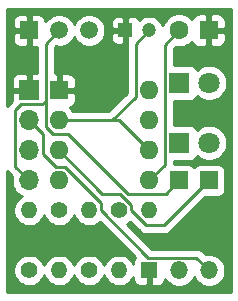
<source format=gbl>
%TF.GenerationSoftware,KiCad,Pcbnew,(5.1.12)-1*%
%TF.CreationDate,2022-05-06T17:17:32+09:00*%
%TF.ProjectId,wdtcore,77647463-6f72-4652-9e6b-696361645f70,rev?*%
%TF.SameCoordinates,Original*%
%TF.FileFunction,Copper,L2,Bot*%
%TF.FilePolarity,Positive*%
%FSLAX46Y46*%
G04 Gerber Fmt 4.6, Leading zero omitted, Abs format (unit mm)*
G04 Created by KiCad (PCBNEW (5.1.12)-1) date 2022-05-06 17:17:32*
%MOMM*%
%LPD*%
G01*
G04 APERTURE LIST*
%TA.AperFunction,ComponentPad*%
%ADD10R,1.600000X1.600000*%
%TD*%
%TA.AperFunction,ComponentPad*%
%ADD11C,1.600000*%
%TD*%
%TA.AperFunction,ComponentPad*%
%ADD12O,1.400000X1.400000*%
%TD*%
%TA.AperFunction,ComponentPad*%
%ADD13C,1.400000*%
%TD*%
%TA.AperFunction,ComponentPad*%
%ADD14O,1.500000X1.500000*%
%TD*%
%TA.AperFunction,ComponentPad*%
%ADD15R,1.500000X1.500000*%
%TD*%
%TA.AperFunction,ComponentPad*%
%ADD16O,1.600000X1.600000*%
%TD*%
%TA.AperFunction,ComponentPad*%
%ADD17R,1.400000X1.400000*%
%TD*%
%TA.AperFunction,ComponentPad*%
%ADD18C,1.500000*%
%TD*%
%TA.AperFunction,ComponentPad*%
%ADD19O,1.700000X1.700000*%
%TD*%
%TA.AperFunction,ComponentPad*%
%ADD20R,1.700000X1.700000*%
%TD*%
%TA.AperFunction,ComponentPad*%
%ADD21C,1.800000*%
%TD*%
%TA.AperFunction,ComponentPad*%
%ADD22R,1.800000X1.800000*%
%TD*%
%TA.AperFunction,ComponentPad*%
%ADD23R,1.200000X1.200000*%
%TD*%
%TA.AperFunction,ComponentPad*%
%ADD24C,1.200000*%
%TD*%
%TA.AperFunction,Conductor*%
%ADD25C,0.250000*%
%TD*%
%TA.AperFunction,Conductor*%
%ADD26C,0.254000*%
%TD*%
%TA.AperFunction,Conductor*%
%ADD27C,0.100000*%
%TD*%
G04 APERTURE END LIST*
D10*
%TO.P,0.1uF,2*%
%TO.N,GND*%
X144740000Y-91440000D03*
D11*
%TO.P,0.1uF,1*%
%TO.N,Net-(C2-Pad1)*%
X142240000Y-91440000D03*
%TD*%
D12*
%TO.P,4.7k,2*%
%TO.N,Net-(C1-Pad1)*%
X134620000Y-106680000D03*
D13*
%TO.P,4.7k,1*%
%TO.N,Net-(R4-Pad2)*%
X134620000Y-111760000D03*
%TD*%
D14*
%TO.P,1N4001,2*%
%TO.N,Net-(D4-Pad2)*%
X144780000Y-111760000D03*
D15*
%TO.P,1N4001,1*%
%TO.N,Net-(D2-Pad2)*%
X144780000Y-104140000D03*
%TD*%
D14*
%TO.P,1N4001,2*%
%TO.N,Net-(D3-Pad2)*%
X142240000Y-111760000D03*
D15*
%TO.P,1N4001,1*%
%TO.N,Net-(D3-Pad1)*%
X142240000Y-104140000D03*
%TD*%
D16*
%TO.P,NE555P,8*%
%TO.N,VCC*%
X139700000Y-96520000D03*
%TO.P,NE555P,4*%
X132080000Y-104140000D03*
%TO.P,NE555P,7*%
%TO.N,Net-(R4-Pad2)*%
X139700000Y-99060000D03*
%TO.P,NE555P,3*%
%TO.N,Net-(D2-Pad2)*%
X132080000Y-101600000D03*
%TO.P,NE555P,6*%
%TO.N,Net-(C1-Pad1)*%
X139700000Y-101600000D03*
%TO.P,NE555P,2*%
X132080000Y-99060000D03*
%TO.P,NE555P,5*%
%TO.N,Net-(C2-Pad1)*%
X139700000Y-104140000D03*
D10*
%TO.P,NE555P,1*%
%TO.N,GND*%
X132080000Y-96520000D03*
%TD*%
D12*
%TO.P,1M,2*%
%TO.N,Net-(R4-Pad2)*%
X132080000Y-111760000D03*
D13*
%TO.P,1M,1*%
%TO.N,VCC*%
X132080000Y-106680000D03*
%TD*%
D12*
%TO.P,330,2*%
%TO.N,VCC*%
X129540000Y-106680000D03*
D13*
%TO.P,330,1*%
%TO.N,Net-(D1-Pad2)*%
X129540000Y-111760000D03*
%TD*%
D12*
%TO.P,330,2*%
%TO.N,Net-(D3-Pad2)*%
X137160000Y-111760000D03*
D13*
%TO.P,330,1*%
%TO.N,Net-(C1-Pad1)*%
X137160000Y-106680000D03*
%TD*%
D12*
%TO.P,330,2*%
%TO.N,Net-(D2-Pad1)*%
X139700000Y-106680000D03*
D17*
%TO.P,330,1*%
%TO.N,GND*%
X139700000Y-111760000D03*
%TD*%
D18*
%TO.P,PNP 2907A,1*%
%TO.N,Net-(D1-Pad1)*%
X134620000Y-91440000D03*
D15*
%TO.P,PNP 2907A,3*%
%TO.N,GND*%
X129540000Y-91440000D03*
D18*
%TO.P,PNP 2907A,2*%
%TO.N,Net-(D3-Pad1)*%
X132080000Y-91440000D03*
%TD*%
D19*
%TO.P,GND,4*%
%TO.N,Net-(D3-Pad1)*%
X129540000Y-104140000D03*
%TO.P,GND,3*%
%TO.N,VCC*%
X129540000Y-101600000D03*
%TO.P,GND,2*%
%TO.N,Net-(D4-Pad2)*%
X129540000Y-99060000D03*
D20*
%TO.P,GND,1*%
%TO.N,GND*%
X129540000Y-96520000D03*
%TD*%
D21*
%TO.P,LED2,2*%
%TO.N,Net-(D2-Pad2)*%
X144780000Y-100965000D03*
D22*
%TO.P,LED2,1*%
%TO.N,Net-(D2-Pad1)*%
X142240000Y-100965000D03*
%TD*%
D21*
%TO.P,LED1,2*%
%TO.N,Net-(D1-Pad2)*%
X144780000Y-95885000D03*
D22*
%TO.P,LED1,1*%
%TO.N,Net-(D1-Pad1)*%
X142240000Y-95885000D03*
%TD*%
D23*
%TO.P,22uF,2*%
%TO.N,GND*%
X137700000Y-91440000D03*
D24*
%TO.P,22uF,1*%
%TO.N,Net-(C1-Pad1)*%
X139700000Y-91440000D03*
%TD*%
D25*
%TO.N,Net-(C1-Pad1)*%
X138574999Y-92565001D02*
X138574999Y-97060001D01*
X139700000Y-91440000D02*
X138574999Y-92565001D01*
X136575000Y-99060000D02*
X138574999Y-97060001D01*
X132080000Y-99060000D02*
X136575000Y-99060000D01*
X137160000Y-99060000D02*
X136575000Y-99060000D01*
X139700000Y-101600000D02*
X137160000Y-99060000D01*
%TO.N,Net-(C2-Pad1)*%
X141014999Y-92665001D02*
X142240000Y-91440000D01*
X141014999Y-102825001D02*
X141014999Y-92665001D01*
X139700000Y-104140000D02*
X141014999Y-102825001D01*
%TO.N,Net-(D2-Pad2)*%
X132080000Y-101600000D02*
X135745001Y-105265001D01*
X144780000Y-104140000D02*
X140970000Y-107950000D01*
X137262003Y-105265001D02*
X135745001Y-105265001D01*
X138185001Y-106187999D02*
X137262003Y-105265001D01*
X139452998Y-107950000D02*
X138185001Y-106682003D01*
X140970000Y-107950000D02*
X139452998Y-107950000D01*
X138185001Y-106682003D02*
X138185001Y-106187999D01*
%TO.N,Net-(D3-Pad1)*%
X130954999Y-97390003D02*
X130954999Y-92565001D01*
X130650001Y-97695001D02*
X130954999Y-97390003D01*
X128872999Y-97695001D02*
X130650001Y-97695001D01*
X128364999Y-98203001D02*
X128872999Y-97695001D01*
X128364999Y-102964999D02*
X128364999Y-98203001D01*
X130954999Y-92565001D02*
X132080000Y-91440000D01*
X129540000Y-104140000D02*
X128364999Y-102964999D01*
X131539999Y-100185001D02*
X130954999Y-99600001D01*
X130954999Y-99600001D02*
X130954999Y-97390003D01*
X132818413Y-100185001D02*
X131539999Y-100185001D01*
X137898413Y-105265001D02*
X132818413Y-100185001D01*
X141114999Y-105265001D02*
X137898413Y-105265001D01*
X142240000Y-104140000D02*
X141114999Y-105265001D01*
%TO.N,Net-(D4-Pad2)*%
X139647997Y-110684999D02*
X143704999Y-110684999D01*
X135645001Y-106039999D02*
X135645001Y-106682003D01*
X131829997Y-103014999D02*
X132620001Y-103014999D01*
X143704999Y-110684999D02*
X144780000Y-111760000D01*
X135645001Y-106682003D02*
X139647997Y-110684999D01*
X130715001Y-101900003D02*
X131829997Y-103014999D01*
X132620001Y-103014999D02*
X135645001Y-106039999D01*
X130715001Y-100235001D02*
X130715001Y-101900003D01*
X129540000Y-99060000D02*
X130715001Y-100235001D01*
%TD*%
D26*
%TO.N,GND*%
X146635001Y-113615000D02*
X127685000Y-113615000D01*
X127685000Y-103305040D01*
X127730025Y-103389275D01*
X127767103Y-103434454D01*
X127824998Y-103505000D01*
X127854002Y-103528803D01*
X128098791Y-103773592D01*
X128055000Y-103993740D01*
X128055000Y-104286260D01*
X128112068Y-104573158D01*
X128224010Y-104843411D01*
X128386525Y-105086632D01*
X128593368Y-105293475D01*
X128836589Y-105455990D01*
X128921545Y-105491180D01*
X128907641Y-105496939D01*
X128688987Y-105643038D01*
X128503038Y-105828987D01*
X128356939Y-106047641D01*
X128256304Y-106290595D01*
X128205000Y-106548514D01*
X128205000Y-106811486D01*
X128256304Y-107069405D01*
X128356939Y-107312359D01*
X128503038Y-107531013D01*
X128688987Y-107716962D01*
X128907641Y-107863061D01*
X129150595Y-107963696D01*
X129408514Y-108015000D01*
X129671486Y-108015000D01*
X129929405Y-107963696D01*
X130172359Y-107863061D01*
X130391013Y-107716962D01*
X130576962Y-107531013D01*
X130723061Y-107312359D01*
X130810000Y-107102470D01*
X130896939Y-107312359D01*
X131043038Y-107531013D01*
X131228987Y-107716962D01*
X131447641Y-107863061D01*
X131690595Y-107963696D01*
X131948514Y-108015000D01*
X132211486Y-108015000D01*
X132469405Y-107963696D01*
X132712359Y-107863061D01*
X132931013Y-107716962D01*
X133116962Y-107531013D01*
X133263061Y-107312359D01*
X133350000Y-107102470D01*
X133436939Y-107312359D01*
X133583038Y-107531013D01*
X133768987Y-107716962D01*
X133987641Y-107863061D01*
X134230595Y-107963696D01*
X134488514Y-108015000D01*
X134751486Y-108015000D01*
X135009405Y-107963696D01*
X135252359Y-107863061D01*
X135471013Y-107716962D01*
X135538086Y-107649889D01*
X138525464Y-110637268D01*
X138469463Y-110705506D01*
X138410498Y-110815820D01*
X138374188Y-110935518D01*
X138361928Y-111060000D01*
X138362783Y-111175253D01*
X138343061Y-111127641D01*
X138196962Y-110908987D01*
X138011013Y-110723038D01*
X137792359Y-110576939D01*
X137549405Y-110476304D01*
X137291486Y-110425000D01*
X137028514Y-110425000D01*
X136770595Y-110476304D01*
X136527641Y-110576939D01*
X136308987Y-110723038D01*
X136123038Y-110908987D01*
X135976939Y-111127641D01*
X135890000Y-111337530D01*
X135803061Y-111127641D01*
X135656962Y-110908987D01*
X135471013Y-110723038D01*
X135252359Y-110576939D01*
X135009405Y-110476304D01*
X134751486Y-110425000D01*
X134488514Y-110425000D01*
X134230595Y-110476304D01*
X133987641Y-110576939D01*
X133768987Y-110723038D01*
X133583038Y-110908987D01*
X133436939Y-111127641D01*
X133350000Y-111337530D01*
X133263061Y-111127641D01*
X133116962Y-110908987D01*
X132931013Y-110723038D01*
X132712359Y-110576939D01*
X132469405Y-110476304D01*
X132211486Y-110425000D01*
X131948514Y-110425000D01*
X131690595Y-110476304D01*
X131447641Y-110576939D01*
X131228987Y-110723038D01*
X131043038Y-110908987D01*
X130896939Y-111127641D01*
X130810000Y-111337530D01*
X130723061Y-111127641D01*
X130576962Y-110908987D01*
X130391013Y-110723038D01*
X130172359Y-110576939D01*
X129929405Y-110476304D01*
X129671486Y-110425000D01*
X129408514Y-110425000D01*
X129150595Y-110476304D01*
X128907641Y-110576939D01*
X128688987Y-110723038D01*
X128503038Y-110908987D01*
X128356939Y-111127641D01*
X128256304Y-111370595D01*
X128205000Y-111628514D01*
X128205000Y-111891486D01*
X128256304Y-112149405D01*
X128356939Y-112392359D01*
X128503038Y-112611013D01*
X128688987Y-112796962D01*
X128907641Y-112943061D01*
X129150595Y-113043696D01*
X129408514Y-113095000D01*
X129671486Y-113095000D01*
X129929405Y-113043696D01*
X130172359Y-112943061D01*
X130391013Y-112796962D01*
X130576962Y-112611013D01*
X130723061Y-112392359D01*
X130810000Y-112182470D01*
X130896939Y-112392359D01*
X131043038Y-112611013D01*
X131228987Y-112796962D01*
X131447641Y-112943061D01*
X131690595Y-113043696D01*
X131948514Y-113095000D01*
X132211486Y-113095000D01*
X132469405Y-113043696D01*
X132712359Y-112943061D01*
X132931013Y-112796962D01*
X133116962Y-112611013D01*
X133263061Y-112392359D01*
X133350000Y-112182470D01*
X133436939Y-112392359D01*
X133583038Y-112611013D01*
X133768987Y-112796962D01*
X133987641Y-112943061D01*
X134230595Y-113043696D01*
X134488514Y-113095000D01*
X134751486Y-113095000D01*
X135009405Y-113043696D01*
X135252359Y-112943061D01*
X135471013Y-112796962D01*
X135656962Y-112611013D01*
X135803061Y-112392359D01*
X135890000Y-112182470D01*
X135976939Y-112392359D01*
X136123038Y-112611013D01*
X136308987Y-112796962D01*
X136527641Y-112943061D01*
X136770595Y-113043696D01*
X137028514Y-113095000D01*
X137291486Y-113095000D01*
X137549405Y-113043696D01*
X137792359Y-112943061D01*
X138011013Y-112796962D01*
X138196962Y-112611013D01*
X138343061Y-112392359D01*
X138362783Y-112344747D01*
X138361928Y-112460000D01*
X138374188Y-112584482D01*
X138410498Y-112704180D01*
X138469463Y-112814494D01*
X138548815Y-112911185D01*
X138645506Y-112990537D01*
X138755820Y-113049502D01*
X138875518Y-113085812D01*
X139000000Y-113098072D01*
X139414250Y-113095000D01*
X139573000Y-112936250D01*
X139573000Y-111887000D01*
X139553000Y-111887000D01*
X139553000Y-111633000D01*
X139573000Y-111633000D01*
X139573000Y-111613000D01*
X139827000Y-111613000D01*
X139827000Y-111633000D01*
X139847000Y-111633000D01*
X139847000Y-111887000D01*
X139827000Y-111887000D01*
X139827000Y-112936250D01*
X139985750Y-113095000D01*
X140400000Y-113098072D01*
X140524482Y-113085812D01*
X140644180Y-113049502D01*
X140754494Y-112990537D01*
X140851185Y-112911185D01*
X140930537Y-112814494D01*
X140989502Y-112704180D01*
X141025812Y-112584482D01*
X141038072Y-112460000D01*
X141038028Y-112454055D01*
X141164201Y-112642886D01*
X141357114Y-112835799D01*
X141583957Y-112987371D01*
X141836011Y-113091775D01*
X142103589Y-113145000D01*
X142376411Y-113145000D01*
X142643989Y-113091775D01*
X142896043Y-112987371D01*
X143122886Y-112835799D01*
X143315799Y-112642886D01*
X143467371Y-112416043D01*
X143510000Y-112313127D01*
X143552629Y-112416043D01*
X143704201Y-112642886D01*
X143897114Y-112835799D01*
X144123957Y-112987371D01*
X144376011Y-113091775D01*
X144643589Y-113145000D01*
X144916411Y-113145000D01*
X145183989Y-113091775D01*
X145436043Y-112987371D01*
X145662886Y-112835799D01*
X145855799Y-112642886D01*
X146007371Y-112416043D01*
X146111775Y-112163989D01*
X146165000Y-111896411D01*
X146165000Y-111623589D01*
X146111775Y-111356011D01*
X146007371Y-111103957D01*
X145855799Y-110877114D01*
X145662886Y-110684201D01*
X145436043Y-110532629D01*
X145183989Y-110428225D01*
X144916411Y-110375000D01*
X144643589Y-110375000D01*
X144498635Y-110403833D01*
X144268803Y-110174001D01*
X144245000Y-110144998D01*
X144129275Y-110050025D01*
X143997246Y-109979453D01*
X143853985Y-109935996D01*
X143742332Y-109924999D01*
X143742321Y-109924999D01*
X143704999Y-109921323D01*
X143667677Y-109924999D01*
X139962799Y-109924999D01*
X137857401Y-107819602D01*
X138011013Y-107716962D01*
X138078086Y-107649889D01*
X138889199Y-108461003D01*
X138912997Y-108490001D01*
X138941995Y-108513799D01*
X139028722Y-108584974D01*
X139160751Y-108655546D01*
X139304012Y-108699003D01*
X139452998Y-108713677D01*
X139490331Y-108710000D01*
X140932678Y-108710000D01*
X140970000Y-108713676D01*
X141007322Y-108710000D01*
X141007333Y-108710000D01*
X141118986Y-108699003D01*
X141262247Y-108655546D01*
X141394276Y-108584974D01*
X141510001Y-108490001D01*
X141533804Y-108460997D01*
X144466730Y-105528072D01*
X145530000Y-105528072D01*
X145654482Y-105515812D01*
X145774180Y-105479502D01*
X145884494Y-105420537D01*
X145981185Y-105341185D01*
X146060537Y-105244494D01*
X146119502Y-105134180D01*
X146155812Y-105014482D01*
X146168072Y-104890000D01*
X146168072Y-103390000D01*
X146155812Y-103265518D01*
X146119502Y-103145820D01*
X146060537Y-103035506D01*
X145981185Y-102938815D01*
X145884494Y-102859463D01*
X145774180Y-102800498D01*
X145654482Y-102764188D01*
X145530000Y-102751928D01*
X144030000Y-102751928D01*
X143905518Y-102764188D01*
X143785820Y-102800498D01*
X143675506Y-102859463D01*
X143578815Y-102938815D01*
X143510000Y-103022667D01*
X143441185Y-102938815D01*
X143344494Y-102859463D01*
X143234180Y-102800498D01*
X143114482Y-102764188D01*
X142990000Y-102751928D01*
X141774999Y-102751928D01*
X141774999Y-102503072D01*
X143140000Y-102503072D01*
X143264482Y-102490812D01*
X143384180Y-102454502D01*
X143494494Y-102395537D01*
X143591185Y-102316185D01*
X143670537Y-102219494D01*
X143729502Y-102109180D01*
X143735056Y-102090873D01*
X143801495Y-102157312D01*
X144052905Y-102325299D01*
X144332257Y-102441011D01*
X144628816Y-102500000D01*
X144931184Y-102500000D01*
X145227743Y-102441011D01*
X145507095Y-102325299D01*
X145758505Y-102157312D01*
X145972312Y-101943505D01*
X146140299Y-101692095D01*
X146256011Y-101412743D01*
X146315000Y-101116184D01*
X146315000Y-100813816D01*
X146256011Y-100517257D01*
X146140299Y-100237905D01*
X145972312Y-99986495D01*
X145758505Y-99772688D01*
X145507095Y-99604701D01*
X145227743Y-99488989D01*
X144931184Y-99430000D01*
X144628816Y-99430000D01*
X144332257Y-99488989D01*
X144052905Y-99604701D01*
X143801495Y-99772688D01*
X143735056Y-99839127D01*
X143729502Y-99820820D01*
X143670537Y-99710506D01*
X143591185Y-99613815D01*
X143494494Y-99534463D01*
X143384180Y-99475498D01*
X143264482Y-99439188D01*
X143140000Y-99426928D01*
X141774999Y-99426928D01*
X141774999Y-97423072D01*
X143140000Y-97423072D01*
X143264482Y-97410812D01*
X143384180Y-97374502D01*
X143494494Y-97315537D01*
X143591185Y-97236185D01*
X143670537Y-97139494D01*
X143729502Y-97029180D01*
X143735056Y-97010873D01*
X143801495Y-97077312D01*
X144052905Y-97245299D01*
X144332257Y-97361011D01*
X144628816Y-97420000D01*
X144931184Y-97420000D01*
X145227743Y-97361011D01*
X145507095Y-97245299D01*
X145758505Y-97077312D01*
X145972312Y-96863505D01*
X146140299Y-96612095D01*
X146256011Y-96332743D01*
X146315000Y-96036184D01*
X146315000Y-95733816D01*
X146256011Y-95437257D01*
X146140299Y-95157905D01*
X145972312Y-94906495D01*
X145758505Y-94692688D01*
X145507095Y-94524701D01*
X145227743Y-94408989D01*
X144931184Y-94350000D01*
X144628816Y-94350000D01*
X144332257Y-94408989D01*
X144052905Y-94524701D01*
X143801495Y-94692688D01*
X143735056Y-94759127D01*
X143729502Y-94740820D01*
X143670537Y-94630506D01*
X143591185Y-94533815D01*
X143494494Y-94454463D01*
X143384180Y-94395498D01*
X143264482Y-94359188D01*
X143140000Y-94346928D01*
X141774999Y-94346928D01*
X141774999Y-92979802D01*
X141916114Y-92838688D01*
X142098665Y-92875000D01*
X142381335Y-92875000D01*
X142658574Y-92819853D01*
X142919727Y-92711680D01*
X143154759Y-92554637D01*
X143321339Y-92388057D01*
X143350498Y-92484180D01*
X143409463Y-92594494D01*
X143488815Y-92691185D01*
X143585506Y-92770537D01*
X143695820Y-92829502D01*
X143815518Y-92865812D01*
X143940000Y-92878072D01*
X144454250Y-92875000D01*
X144613000Y-92716250D01*
X144613000Y-91567000D01*
X144867000Y-91567000D01*
X144867000Y-92716250D01*
X145025750Y-92875000D01*
X145540000Y-92878072D01*
X145664482Y-92865812D01*
X145784180Y-92829502D01*
X145894494Y-92770537D01*
X145991185Y-92691185D01*
X146070537Y-92594494D01*
X146129502Y-92484180D01*
X146165812Y-92364482D01*
X146178072Y-92240000D01*
X146175000Y-91725750D01*
X146016250Y-91567000D01*
X144867000Y-91567000D01*
X144613000Y-91567000D01*
X144593000Y-91567000D01*
X144593000Y-91313000D01*
X144613000Y-91313000D01*
X144613000Y-90163750D01*
X144867000Y-90163750D01*
X144867000Y-91313000D01*
X146016250Y-91313000D01*
X146175000Y-91154250D01*
X146178072Y-90640000D01*
X146165812Y-90515518D01*
X146129502Y-90395820D01*
X146070537Y-90285506D01*
X145991185Y-90188815D01*
X145894494Y-90109463D01*
X145784180Y-90050498D01*
X145664482Y-90014188D01*
X145540000Y-90001928D01*
X145025750Y-90005000D01*
X144867000Y-90163750D01*
X144613000Y-90163750D01*
X144454250Y-90005000D01*
X143940000Y-90001928D01*
X143815518Y-90014188D01*
X143695820Y-90050498D01*
X143585506Y-90109463D01*
X143488815Y-90188815D01*
X143409463Y-90285506D01*
X143350498Y-90395820D01*
X143321339Y-90491943D01*
X143154759Y-90325363D01*
X142919727Y-90168320D01*
X142658574Y-90060147D01*
X142381335Y-90005000D01*
X142098665Y-90005000D01*
X141821426Y-90060147D01*
X141560273Y-90168320D01*
X141325241Y-90325363D01*
X141125363Y-90525241D01*
X140968320Y-90760273D01*
X140861761Y-91017529D01*
X140794443Y-90855008D01*
X140659287Y-90652733D01*
X140487267Y-90480713D01*
X140284992Y-90345557D01*
X140060236Y-90252460D01*
X139821637Y-90205000D01*
X139578363Y-90205000D01*
X139339764Y-90252460D01*
X139115008Y-90345557D01*
X138912733Y-90480713D01*
X138857499Y-90535947D01*
X138830537Y-90485506D01*
X138751185Y-90388815D01*
X138654494Y-90309463D01*
X138544180Y-90250498D01*
X138424482Y-90214188D01*
X138300000Y-90201928D01*
X137985750Y-90205000D01*
X137827000Y-90363750D01*
X137827000Y-91313000D01*
X137847000Y-91313000D01*
X137847000Y-91567000D01*
X137827000Y-91567000D01*
X137827000Y-92412706D01*
X137825996Y-92416016D01*
X137814999Y-92527669D01*
X137814999Y-92527679D01*
X137811323Y-92565001D01*
X137814999Y-92602324D01*
X137815000Y-96745198D01*
X136260199Y-98300000D01*
X133298043Y-98300000D01*
X133194637Y-98145241D01*
X132996039Y-97946643D01*
X133004482Y-97945812D01*
X133124180Y-97909502D01*
X133234494Y-97850537D01*
X133331185Y-97771185D01*
X133410537Y-97674494D01*
X133469502Y-97564180D01*
X133505812Y-97444482D01*
X133518072Y-97320000D01*
X133515000Y-96805750D01*
X133356250Y-96647000D01*
X132207000Y-96647000D01*
X132207000Y-96667000D01*
X131953000Y-96667000D01*
X131953000Y-96647000D01*
X131933000Y-96647000D01*
X131933000Y-96393000D01*
X131953000Y-96393000D01*
X131953000Y-95243750D01*
X132207000Y-95243750D01*
X132207000Y-96393000D01*
X133356250Y-96393000D01*
X133515000Y-96234250D01*
X133518072Y-95720000D01*
X133505812Y-95595518D01*
X133469502Y-95475820D01*
X133410537Y-95365506D01*
X133331185Y-95268815D01*
X133234494Y-95189463D01*
X133124180Y-95130498D01*
X133004482Y-95094188D01*
X132880000Y-95081928D01*
X132365750Y-95085000D01*
X132207000Y-95243750D01*
X131953000Y-95243750D01*
X131794250Y-95085000D01*
X131714999Y-95084527D01*
X131714999Y-92879802D01*
X131798635Y-92796167D01*
X131943589Y-92825000D01*
X132216411Y-92825000D01*
X132483989Y-92771775D01*
X132736043Y-92667371D01*
X132962886Y-92515799D01*
X133155799Y-92322886D01*
X133307371Y-92096043D01*
X133350000Y-91993127D01*
X133392629Y-92096043D01*
X133544201Y-92322886D01*
X133737114Y-92515799D01*
X133963957Y-92667371D01*
X134216011Y-92771775D01*
X134483589Y-92825000D01*
X134756411Y-92825000D01*
X135023989Y-92771775D01*
X135276043Y-92667371D01*
X135502886Y-92515799D01*
X135695799Y-92322886D01*
X135847371Y-92096043D01*
X135870584Y-92040000D01*
X136461928Y-92040000D01*
X136474188Y-92164482D01*
X136510498Y-92284180D01*
X136569463Y-92394494D01*
X136648815Y-92491185D01*
X136745506Y-92570537D01*
X136855820Y-92629502D01*
X136975518Y-92665812D01*
X137100000Y-92678072D01*
X137414250Y-92675000D01*
X137573000Y-92516250D01*
X137573000Y-91567000D01*
X136623750Y-91567000D01*
X136465000Y-91725750D01*
X136461928Y-92040000D01*
X135870584Y-92040000D01*
X135951775Y-91843989D01*
X136005000Y-91576411D01*
X136005000Y-91303589D01*
X135951775Y-91036011D01*
X135870585Y-90840000D01*
X136461928Y-90840000D01*
X136465000Y-91154250D01*
X136623750Y-91313000D01*
X137573000Y-91313000D01*
X137573000Y-90363750D01*
X137414250Y-90205000D01*
X137100000Y-90201928D01*
X136975518Y-90214188D01*
X136855820Y-90250498D01*
X136745506Y-90309463D01*
X136648815Y-90388815D01*
X136569463Y-90485506D01*
X136510498Y-90595820D01*
X136474188Y-90715518D01*
X136461928Y-90840000D01*
X135870585Y-90840000D01*
X135847371Y-90783957D01*
X135695799Y-90557114D01*
X135502886Y-90364201D01*
X135276043Y-90212629D01*
X135023989Y-90108225D01*
X134756411Y-90055000D01*
X134483589Y-90055000D01*
X134216011Y-90108225D01*
X133963957Y-90212629D01*
X133737114Y-90364201D01*
X133544201Y-90557114D01*
X133392629Y-90783957D01*
X133350000Y-90886873D01*
X133307371Y-90783957D01*
X133155799Y-90557114D01*
X132962886Y-90364201D01*
X132736043Y-90212629D01*
X132483989Y-90108225D01*
X132216411Y-90055000D01*
X131943589Y-90055000D01*
X131676011Y-90108225D01*
X131423957Y-90212629D01*
X131197114Y-90364201D01*
X131004201Y-90557114D01*
X130926445Y-90673483D01*
X130915812Y-90565518D01*
X130879502Y-90445820D01*
X130820537Y-90335506D01*
X130741185Y-90238815D01*
X130644494Y-90159463D01*
X130534180Y-90100498D01*
X130414482Y-90064188D01*
X130290000Y-90051928D01*
X129825750Y-90055000D01*
X129667000Y-90213750D01*
X129667000Y-91313000D01*
X129687000Y-91313000D01*
X129687000Y-91567000D01*
X129667000Y-91567000D01*
X129667000Y-92666250D01*
X129825750Y-92825000D01*
X130195000Y-92827443D01*
X130194999Y-95032990D01*
X129825750Y-95035000D01*
X129667000Y-95193750D01*
X129667000Y-96393000D01*
X129687000Y-96393000D01*
X129687000Y-96647000D01*
X129667000Y-96647000D01*
X129667000Y-96667000D01*
X129413000Y-96667000D01*
X129413000Y-96647000D01*
X128213750Y-96647000D01*
X128055000Y-96805750D01*
X128051928Y-97370000D01*
X128058318Y-97434881D01*
X127853997Y-97639202D01*
X127824999Y-97663000D01*
X127801201Y-97691998D01*
X127801200Y-97691999D01*
X127730025Y-97778725D01*
X127685000Y-97862960D01*
X127685000Y-95670000D01*
X128051928Y-95670000D01*
X128055000Y-96234250D01*
X128213750Y-96393000D01*
X129413000Y-96393000D01*
X129413000Y-95193750D01*
X129254250Y-95035000D01*
X128690000Y-95031928D01*
X128565518Y-95044188D01*
X128445820Y-95080498D01*
X128335506Y-95139463D01*
X128238815Y-95218815D01*
X128159463Y-95315506D01*
X128100498Y-95425820D01*
X128064188Y-95545518D01*
X128051928Y-95670000D01*
X127685000Y-95670000D01*
X127685000Y-92190000D01*
X128151928Y-92190000D01*
X128164188Y-92314482D01*
X128200498Y-92434180D01*
X128259463Y-92544494D01*
X128338815Y-92641185D01*
X128435506Y-92720537D01*
X128545820Y-92779502D01*
X128665518Y-92815812D01*
X128790000Y-92828072D01*
X129254250Y-92825000D01*
X129413000Y-92666250D01*
X129413000Y-91567000D01*
X128313750Y-91567000D01*
X128155000Y-91725750D01*
X128151928Y-92190000D01*
X127685000Y-92190000D01*
X127685000Y-90690000D01*
X128151928Y-90690000D01*
X128155000Y-91154250D01*
X128313750Y-91313000D01*
X129413000Y-91313000D01*
X129413000Y-90213750D01*
X129254250Y-90055000D01*
X128790000Y-90051928D01*
X128665518Y-90064188D01*
X128545820Y-90100498D01*
X128435506Y-90159463D01*
X128338815Y-90238815D01*
X128259463Y-90335506D01*
X128200498Y-90445820D01*
X128164188Y-90565518D01*
X128151928Y-90690000D01*
X127685000Y-90690000D01*
X127685000Y-89585000D01*
X146635000Y-89585000D01*
X146635001Y-113615000D01*
%TA.AperFunction,Conductor*%
D27*
G36*
X146635001Y-113615000D02*
G01*
X127685000Y-113615000D01*
X127685000Y-103305040D01*
X127730025Y-103389275D01*
X127767103Y-103434454D01*
X127824998Y-103505000D01*
X127854002Y-103528803D01*
X128098791Y-103773592D01*
X128055000Y-103993740D01*
X128055000Y-104286260D01*
X128112068Y-104573158D01*
X128224010Y-104843411D01*
X128386525Y-105086632D01*
X128593368Y-105293475D01*
X128836589Y-105455990D01*
X128921545Y-105491180D01*
X128907641Y-105496939D01*
X128688987Y-105643038D01*
X128503038Y-105828987D01*
X128356939Y-106047641D01*
X128256304Y-106290595D01*
X128205000Y-106548514D01*
X128205000Y-106811486D01*
X128256304Y-107069405D01*
X128356939Y-107312359D01*
X128503038Y-107531013D01*
X128688987Y-107716962D01*
X128907641Y-107863061D01*
X129150595Y-107963696D01*
X129408514Y-108015000D01*
X129671486Y-108015000D01*
X129929405Y-107963696D01*
X130172359Y-107863061D01*
X130391013Y-107716962D01*
X130576962Y-107531013D01*
X130723061Y-107312359D01*
X130810000Y-107102470D01*
X130896939Y-107312359D01*
X131043038Y-107531013D01*
X131228987Y-107716962D01*
X131447641Y-107863061D01*
X131690595Y-107963696D01*
X131948514Y-108015000D01*
X132211486Y-108015000D01*
X132469405Y-107963696D01*
X132712359Y-107863061D01*
X132931013Y-107716962D01*
X133116962Y-107531013D01*
X133263061Y-107312359D01*
X133350000Y-107102470D01*
X133436939Y-107312359D01*
X133583038Y-107531013D01*
X133768987Y-107716962D01*
X133987641Y-107863061D01*
X134230595Y-107963696D01*
X134488514Y-108015000D01*
X134751486Y-108015000D01*
X135009405Y-107963696D01*
X135252359Y-107863061D01*
X135471013Y-107716962D01*
X135538086Y-107649889D01*
X138525464Y-110637268D01*
X138469463Y-110705506D01*
X138410498Y-110815820D01*
X138374188Y-110935518D01*
X138361928Y-111060000D01*
X138362783Y-111175253D01*
X138343061Y-111127641D01*
X138196962Y-110908987D01*
X138011013Y-110723038D01*
X137792359Y-110576939D01*
X137549405Y-110476304D01*
X137291486Y-110425000D01*
X137028514Y-110425000D01*
X136770595Y-110476304D01*
X136527641Y-110576939D01*
X136308987Y-110723038D01*
X136123038Y-110908987D01*
X135976939Y-111127641D01*
X135890000Y-111337530D01*
X135803061Y-111127641D01*
X135656962Y-110908987D01*
X135471013Y-110723038D01*
X135252359Y-110576939D01*
X135009405Y-110476304D01*
X134751486Y-110425000D01*
X134488514Y-110425000D01*
X134230595Y-110476304D01*
X133987641Y-110576939D01*
X133768987Y-110723038D01*
X133583038Y-110908987D01*
X133436939Y-111127641D01*
X133350000Y-111337530D01*
X133263061Y-111127641D01*
X133116962Y-110908987D01*
X132931013Y-110723038D01*
X132712359Y-110576939D01*
X132469405Y-110476304D01*
X132211486Y-110425000D01*
X131948514Y-110425000D01*
X131690595Y-110476304D01*
X131447641Y-110576939D01*
X131228987Y-110723038D01*
X131043038Y-110908987D01*
X130896939Y-111127641D01*
X130810000Y-111337530D01*
X130723061Y-111127641D01*
X130576962Y-110908987D01*
X130391013Y-110723038D01*
X130172359Y-110576939D01*
X129929405Y-110476304D01*
X129671486Y-110425000D01*
X129408514Y-110425000D01*
X129150595Y-110476304D01*
X128907641Y-110576939D01*
X128688987Y-110723038D01*
X128503038Y-110908987D01*
X128356939Y-111127641D01*
X128256304Y-111370595D01*
X128205000Y-111628514D01*
X128205000Y-111891486D01*
X128256304Y-112149405D01*
X128356939Y-112392359D01*
X128503038Y-112611013D01*
X128688987Y-112796962D01*
X128907641Y-112943061D01*
X129150595Y-113043696D01*
X129408514Y-113095000D01*
X129671486Y-113095000D01*
X129929405Y-113043696D01*
X130172359Y-112943061D01*
X130391013Y-112796962D01*
X130576962Y-112611013D01*
X130723061Y-112392359D01*
X130810000Y-112182470D01*
X130896939Y-112392359D01*
X131043038Y-112611013D01*
X131228987Y-112796962D01*
X131447641Y-112943061D01*
X131690595Y-113043696D01*
X131948514Y-113095000D01*
X132211486Y-113095000D01*
X132469405Y-113043696D01*
X132712359Y-112943061D01*
X132931013Y-112796962D01*
X133116962Y-112611013D01*
X133263061Y-112392359D01*
X133350000Y-112182470D01*
X133436939Y-112392359D01*
X133583038Y-112611013D01*
X133768987Y-112796962D01*
X133987641Y-112943061D01*
X134230595Y-113043696D01*
X134488514Y-113095000D01*
X134751486Y-113095000D01*
X135009405Y-113043696D01*
X135252359Y-112943061D01*
X135471013Y-112796962D01*
X135656962Y-112611013D01*
X135803061Y-112392359D01*
X135890000Y-112182470D01*
X135976939Y-112392359D01*
X136123038Y-112611013D01*
X136308987Y-112796962D01*
X136527641Y-112943061D01*
X136770595Y-113043696D01*
X137028514Y-113095000D01*
X137291486Y-113095000D01*
X137549405Y-113043696D01*
X137792359Y-112943061D01*
X138011013Y-112796962D01*
X138196962Y-112611013D01*
X138343061Y-112392359D01*
X138362783Y-112344747D01*
X138361928Y-112460000D01*
X138374188Y-112584482D01*
X138410498Y-112704180D01*
X138469463Y-112814494D01*
X138548815Y-112911185D01*
X138645506Y-112990537D01*
X138755820Y-113049502D01*
X138875518Y-113085812D01*
X139000000Y-113098072D01*
X139414250Y-113095000D01*
X139573000Y-112936250D01*
X139573000Y-111887000D01*
X139553000Y-111887000D01*
X139553000Y-111633000D01*
X139573000Y-111633000D01*
X139573000Y-111613000D01*
X139827000Y-111613000D01*
X139827000Y-111633000D01*
X139847000Y-111633000D01*
X139847000Y-111887000D01*
X139827000Y-111887000D01*
X139827000Y-112936250D01*
X139985750Y-113095000D01*
X140400000Y-113098072D01*
X140524482Y-113085812D01*
X140644180Y-113049502D01*
X140754494Y-112990537D01*
X140851185Y-112911185D01*
X140930537Y-112814494D01*
X140989502Y-112704180D01*
X141025812Y-112584482D01*
X141038072Y-112460000D01*
X141038028Y-112454055D01*
X141164201Y-112642886D01*
X141357114Y-112835799D01*
X141583957Y-112987371D01*
X141836011Y-113091775D01*
X142103589Y-113145000D01*
X142376411Y-113145000D01*
X142643989Y-113091775D01*
X142896043Y-112987371D01*
X143122886Y-112835799D01*
X143315799Y-112642886D01*
X143467371Y-112416043D01*
X143510000Y-112313127D01*
X143552629Y-112416043D01*
X143704201Y-112642886D01*
X143897114Y-112835799D01*
X144123957Y-112987371D01*
X144376011Y-113091775D01*
X144643589Y-113145000D01*
X144916411Y-113145000D01*
X145183989Y-113091775D01*
X145436043Y-112987371D01*
X145662886Y-112835799D01*
X145855799Y-112642886D01*
X146007371Y-112416043D01*
X146111775Y-112163989D01*
X146165000Y-111896411D01*
X146165000Y-111623589D01*
X146111775Y-111356011D01*
X146007371Y-111103957D01*
X145855799Y-110877114D01*
X145662886Y-110684201D01*
X145436043Y-110532629D01*
X145183989Y-110428225D01*
X144916411Y-110375000D01*
X144643589Y-110375000D01*
X144498635Y-110403833D01*
X144268803Y-110174001D01*
X144245000Y-110144998D01*
X144129275Y-110050025D01*
X143997246Y-109979453D01*
X143853985Y-109935996D01*
X143742332Y-109924999D01*
X143742321Y-109924999D01*
X143704999Y-109921323D01*
X143667677Y-109924999D01*
X139962799Y-109924999D01*
X137857401Y-107819602D01*
X138011013Y-107716962D01*
X138078086Y-107649889D01*
X138889199Y-108461003D01*
X138912997Y-108490001D01*
X138941995Y-108513799D01*
X139028722Y-108584974D01*
X139160751Y-108655546D01*
X139304012Y-108699003D01*
X139452998Y-108713677D01*
X139490331Y-108710000D01*
X140932678Y-108710000D01*
X140970000Y-108713676D01*
X141007322Y-108710000D01*
X141007333Y-108710000D01*
X141118986Y-108699003D01*
X141262247Y-108655546D01*
X141394276Y-108584974D01*
X141510001Y-108490001D01*
X141533804Y-108460997D01*
X144466730Y-105528072D01*
X145530000Y-105528072D01*
X145654482Y-105515812D01*
X145774180Y-105479502D01*
X145884494Y-105420537D01*
X145981185Y-105341185D01*
X146060537Y-105244494D01*
X146119502Y-105134180D01*
X146155812Y-105014482D01*
X146168072Y-104890000D01*
X146168072Y-103390000D01*
X146155812Y-103265518D01*
X146119502Y-103145820D01*
X146060537Y-103035506D01*
X145981185Y-102938815D01*
X145884494Y-102859463D01*
X145774180Y-102800498D01*
X145654482Y-102764188D01*
X145530000Y-102751928D01*
X144030000Y-102751928D01*
X143905518Y-102764188D01*
X143785820Y-102800498D01*
X143675506Y-102859463D01*
X143578815Y-102938815D01*
X143510000Y-103022667D01*
X143441185Y-102938815D01*
X143344494Y-102859463D01*
X143234180Y-102800498D01*
X143114482Y-102764188D01*
X142990000Y-102751928D01*
X141774999Y-102751928D01*
X141774999Y-102503072D01*
X143140000Y-102503072D01*
X143264482Y-102490812D01*
X143384180Y-102454502D01*
X143494494Y-102395537D01*
X143591185Y-102316185D01*
X143670537Y-102219494D01*
X143729502Y-102109180D01*
X143735056Y-102090873D01*
X143801495Y-102157312D01*
X144052905Y-102325299D01*
X144332257Y-102441011D01*
X144628816Y-102500000D01*
X144931184Y-102500000D01*
X145227743Y-102441011D01*
X145507095Y-102325299D01*
X145758505Y-102157312D01*
X145972312Y-101943505D01*
X146140299Y-101692095D01*
X146256011Y-101412743D01*
X146315000Y-101116184D01*
X146315000Y-100813816D01*
X146256011Y-100517257D01*
X146140299Y-100237905D01*
X145972312Y-99986495D01*
X145758505Y-99772688D01*
X145507095Y-99604701D01*
X145227743Y-99488989D01*
X144931184Y-99430000D01*
X144628816Y-99430000D01*
X144332257Y-99488989D01*
X144052905Y-99604701D01*
X143801495Y-99772688D01*
X143735056Y-99839127D01*
X143729502Y-99820820D01*
X143670537Y-99710506D01*
X143591185Y-99613815D01*
X143494494Y-99534463D01*
X143384180Y-99475498D01*
X143264482Y-99439188D01*
X143140000Y-99426928D01*
X141774999Y-99426928D01*
X141774999Y-97423072D01*
X143140000Y-97423072D01*
X143264482Y-97410812D01*
X143384180Y-97374502D01*
X143494494Y-97315537D01*
X143591185Y-97236185D01*
X143670537Y-97139494D01*
X143729502Y-97029180D01*
X143735056Y-97010873D01*
X143801495Y-97077312D01*
X144052905Y-97245299D01*
X144332257Y-97361011D01*
X144628816Y-97420000D01*
X144931184Y-97420000D01*
X145227743Y-97361011D01*
X145507095Y-97245299D01*
X145758505Y-97077312D01*
X145972312Y-96863505D01*
X146140299Y-96612095D01*
X146256011Y-96332743D01*
X146315000Y-96036184D01*
X146315000Y-95733816D01*
X146256011Y-95437257D01*
X146140299Y-95157905D01*
X145972312Y-94906495D01*
X145758505Y-94692688D01*
X145507095Y-94524701D01*
X145227743Y-94408989D01*
X144931184Y-94350000D01*
X144628816Y-94350000D01*
X144332257Y-94408989D01*
X144052905Y-94524701D01*
X143801495Y-94692688D01*
X143735056Y-94759127D01*
X143729502Y-94740820D01*
X143670537Y-94630506D01*
X143591185Y-94533815D01*
X143494494Y-94454463D01*
X143384180Y-94395498D01*
X143264482Y-94359188D01*
X143140000Y-94346928D01*
X141774999Y-94346928D01*
X141774999Y-92979802D01*
X141916114Y-92838688D01*
X142098665Y-92875000D01*
X142381335Y-92875000D01*
X142658574Y-92819853D01*
X142919727Y-92711680D01*
X143154759Y-92554637D01*
X143321339Y-92388057D01*
X143350498Y-92484180D01*
X143409463Y-92594494D01*
X143488815Y-92691185D01*
X143585506Y-92770537D01*
X143695820Y-92829502D01*
X143815518Y-92865812D01*
X143940000Y-92878072D01*
X144454250Y-92875000D01*
X144613000Y-92716250D01*
X144613000Y-91567000D01*
X144867000Y-91567000D01*
X144867000Y-92716250D01*
X145025750Y-92875000D01*
X145540000Y-92878072D01*
X145664482Y-92865812D01*
X145784180Y-92829502D01*
X145894494Y-92770537D01*
X145991185Y-92691185D01*
X146070537Y-92594494D01*
X146129502Y-92484180D01*
X146165812Y-92364482D01*
X146178072Y-92240000D01*
X146175000Y-91725750D01*
X146016250Y-91567000D01*
X144867000Y-91567000D01*
X144613000Y-91567000D01*
X144593000Y-91567000D01*
X144593000Y-91313000D01*
X144613000Y-91313000D01*
X144613000Y-90163750D01*
X144867000Y-90163750D01*
X144867000Y-91313000D01*
X146016250Y-91313000D01*
X146175000Y-91154250D01*
X146178072Y-90640000D01*
X146165812Y-90515518D01*
X146129502Y-90395820D01*
X146070537Y-90285506D01*
X145991185Y-90188815D01*
X145894494Y-90109463D01*
X145784180Y-90050498D01*
X145664482Y-90014188D01*
X145540000Y-90001928D01*
X145025750Y-90005000D01*
X144867000Y-90163750D01*
X144613000Y-90163750D01*
X144454250Y-90005000D01*
X143940000Y-90001928D01*
X143815518Y-90014188D01*
X143695820Y-90050498D01*
X143585506Y-90109463D01*
X143488815Y-90188815D01*
X143409463Y-90285506D01*
X143350498Y-90395820D01*
X143321339Y-90491943D01*
X143154759Y-90325363D01*
X142919727Y-90168320D01*
X142658574Y-90060147D01*
X142381335Y-90005000D01*
X142098665Y-90005000D01*
X141821426Y-90060147D01*
X141560273Y-90168320D01*
X141325241Y-90325363D01*
X141125363Y-90525241D01*
X140968320Y-90760273D01*
X140861761Y-91017529D01*
X140794443Y-90855008D01*
X140659287Y-90652733D01*
X140487267Y-90480713D01*
X140284992Y-90345557D01*
X140060236Y-90252460D01*
X139821637Y-90205000D01*
X139578363Y-90205000D01*
X139339764Y-90252460D01*
X139115008Y-90345557D01*
X138912733Y-90480713D01*
X138857499Y-90535947D01*
X138830537Y-90485506D01*
X138751185Y-90388815D01*
X138654494Y-90309463D01*
X138544180Y-90250498D01*
X138424482Y-90214188D01*
X138300000Y-90201928D01*
X137985750Y-90205000D01*
X137827000Y-90363750D01*
X137827000Y-91313000D01*
X137847000Y-91313000D01*
X137847000Y-91567000D01*
X137827000Y-91567000D01*
X137827000Y-92412706D01*
X137825996Y-92416016D01*
X137814999Y-92527669D01*
X137814999Y-92527679D01*
X137811323Y-92565001D01*
X137814999Y-92602324D01*
X137815000Y-96745198D01*
X136260199Y-98300000D01*
X133298043Y-98300000D01*
X133194637Y-98145241D01*
X132996039Y-97946643D01*
X133004482Y-97945812D01*
X133124180Y-97909502D01*
X133234494Y-97850537D01*
X133331185Y-97771185D01*
X133410537Y-97674494D01*
X133469502Y-97564180D01*
X133505812Y-97444482D01*
X133518072Y-97320000D01*
X133515000Y-96805750D01*
X133356250Y-96647000D01*
X132207000Y-96647000D01*
X132207000Y-96667000D01*
X131953000Y-96667000D01*
X131953000Y-96647000D01*
X131933000Y-96647000D01*
X131933000Y-96393000D01*
X131953000Y-96393000D01*
X131953000Y-95243750D01*
X132207000Y-95243750D01*
X132207000Y-96393000D01*
X133356250Y-96393000D01*
X133515000Y-96234250D01*
X133518072Y-95720000D01*
X133505812Y-95595518D01*
X133469502Y-95475820D01*
X133410537Y-95365506D01*
X133331185Y-95268815D01*
X133234494Y-95189463D01*
X133124180Y-95130498D01*
X133004482Y-95094188D01*
X132880000Y-95081928D01*
X132365750Y-95085000D01*
X132207000Y-95243750D01*
X131953000Y-95243750D01*
X131794250Y-95085000D01*
X131714999Y-95084527D01*
X131714999Y-92879802D01*
X131798635Y-92796167D01*
X131943589Y-92825000D01*
X132216411Y-92825000D01*
X132483989Y-92771775D01*
X132736043Y-92667371D01*
X132962886Y-92515799D01*
X133155799Y-92322886D01*
X133307371Y-92096043D01*
X133350000Y-91993127D01*
X133392629Y-92096043D01*
X133544201Y-92322886D01*
X133737114Y-92515799D01*
X133963957Y-92667371D01*
X134216011Y-92771775D01*
X134483589Y-92825000D01*
X134756411Y-92825000D01*
X135023989Y-92771775D01*
X135276043Y-92667371D01*
X135502886Y-92515799D01*
X135695799Y-92322886D01*
X135847371Y-92096043D01*
X135870584Y-92040000D01*
X136461928Y-92040000D01*
X136474188Y-92164482D01*
X136510498Y-92284180D01*
X136569463Y-92394494D01*
X136648815Y-92491185D01*
X136745506Y-92570537D01*
X136855820Y-92629502D01*
X136975518Y-92665812D01*
X137100000Y-92678072D01*
X137414250Y-92675000D01*
X137573000Y-92516250D01*
X137573000Y-91567000D01*
X136623750Y-91567000D01*
X136465000Y-91725750D01*
X136461928Y-92040000D01*
X135870584Y-92040000D01*
X135951775Y-91843989D01*
X136005000Y-91576411D01*
X136005000Y-91303589D01*
X135951775Y-91036011D01*
X135870585Y-90840000D01*
X136461928Y-90840000D01*
X136465000Y-91154250D01*
X136623750Y-91313000D01*
X137573000Y-91313000D01*
X137573000Y-90363750D01*
X137414250Y-90205000D01*
X137100000Y-90201928D01*
X136975518Y-90214188D01*
X136855820Y-90250498D01*
X136745506Y-90309463D01*
X136648815Y-90388815D01*
X136569463Y-90485506D01*
X136510498Y-90595820D01*
X136474188Y-90715518D01*
X136461928Y-90840000D01*
X135870585Y-90840000D01*
X135847371Y-90783957D01*
X135695799Y-90557114D01*
X135502886Y-90364201D01*
X135276043Y-90212629D01*
X135023989Y-90108225D01*
X134756411Y-90055000D01*
X134483589Y-90055000D01*
X134216011Y-90108225D01*
X133963957Y-90212629D01*
X133737114Y-90364201D01*
X133544201Y-90557114D01*
X133392629Y-90783957D01*
X133350000Y-90886873D01*
X133307371Y-90783957D01*
X133155799Y-90557114D01*
X132962886Y-90364201D01*
X132736043Y-90212629D01*
X132483989Y-90108225D01*
X132216411Y-90055000D01*
X131943589Y-90055000D01*
X131676011Y-90108225D01*
X131423957Y-90212629D01*
X131197114Y-90364201D01*
X131004201Y-90557114D01*
X130926445Y-90673483D01*
X130915812Y-90565518D01*
X130879502Y-90445820D01*
X130820537Y-90335506D01*
X130741185Y-90238815D01*
X130644494Y-90159463D01*
X130534180Y-90100498D01*
X130414482Y-90064188D01*
X130290000Y-90051928D01*
X129825750Y-90055000D01*
X129667000Y-90213750D01*
X129667000Y-91313000D01*
X129687000Y-91313000D01*
X129687000Y-91567000D01*
X129667000Y-91567000D01*
X129667000Y-92666250D01*
X129825750Y-92825000D01*
X130195000Y-92827443D01*
X130194999Y-95032990D01*
X129825750Y-95035000D01*
X129667000Y-95193750D01*
X129667000Y-96393000D01*
X129687000Y-96393000D01*
X129687000Y-96647000D01*
X129667000Y-96647000D01*
X129667000Y-96667000D01*
X129413000Y-96667000D01*
X129413000Y-96647000D01*
X128213750Y-96647000D01*
X128055000Y-96805750D01*
X128051928Y-97370000D01*
X128058318Y-97434881D01*
X127853997Y-97639202D01*
X127824999Y-97663000D01*
X127801201Y-97691998D01*
X127801200Y-97691999D01*
X127730025Y-97778725D01*
X127685000Y-97862960D01*
X127685000Y-95670000D01*
X128051928Y-95670000D01*
X128055000Y-96234250D01*
X128213750Y-96393000D01*
X129413000Y-96393000D01*
X129413000Y-95193750D01*
X129254250Y-95035000D01*
X128690000Y-95031928D01*
X128565518Y-95044188D01*
X128445820Y-95080498D01*
X128335506Y-95139463D01*
X128238815Y-95218815D01*
X128159463Y-95315506D01*
X128100498Y-95425820D01*
X128064188Y-95545518D01*
X128051928Y-95670000D01*
X127685000Y-95670000D01*
X127685000Y-92190000D01*
X128151928Y-92190000D01*
X128164188Y-92314482D01*
X128200498Y-92434180D01*
X128259463Y-92544494D01*
X128338815Y-92641185D01*
X128435506Y-92720537D01*
X128545820Y-92779502D01*
X128665518Y-92815812D01*
X128790000Y-92828072D01*
X129254250Y-92825000D01*
X129413000Y-92666250D01*
X129413000Y-91567000D01*
X128313750Y-91567000D01*
X128155000Y-91725750D01*
X128151928Y-92190000D01*
X127685000Y-92190000D01*
X127685000Y-90690000D01*
X128151928Y-90690000D01*
X128155000Y-91154250D01*
X128313750Y-91313000D01*
X129413000Y-91313000D01*
X129413000Y-90213750D01*
X129254250Y-90055000D01*
X128790000Y-90051928D01*
X128665518Y-90064188D01*
X128545820Y-90100498D01*
X128435506Y-90159463D01*
X128338815Y-90238815D01*
X128259463Y-90335506D01*
X128200498Y-90445820D01*
X128164188Y-90565518D01*
X128151928Y-90690000D01*
X127685000Y-90690000D01*
X127685000Y-89585000D01*
X146635000Y-89585000D01*
X146635001Y-113615000D01*
G37*
%TD.AperFunction*%
%TD*%
M02*

</source>
